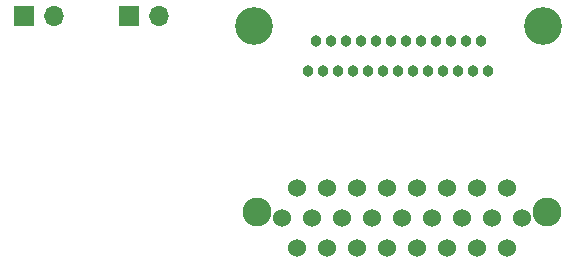
<source format=gbr>
%TF.GenerationSoftware,KiCad,Pcbnew,(6.0.5)*%
%TF.CreationDate,2022-07-15T11:56:51-06:00*%
%TF.ProjectId,25to25,3235746f-3235-42e6-9b69-6361645f7063,rev?*%
%TF.SameCoordinates,Original*%
%TF.FileFunction,Soldermask,Bot*%
%TF.FilePolarity,Negative*%
%FSLAX46Y46*%
G04 Gerber Fmt 4.6, Leading zero omitted, Abs format (unit mm)*
G04 Created by KiCad (PCBNEW (6.0.5)) date 2022-07-15 11:56:51*
%MOMM*%
%LPD*%
G01*
G04 APERTURE LIST*
%ADD10R,1.700000X1.700000*%
%ADD11O,1.700000X1.700000*%
%ADD12C,1.530000*%
%ADD13C,2.440000*%
%ADD14C,0.965200*%
%ADD15C,3.200400*%
G04 APERTURE END LIST*
D10*
%TO.C,J1*%
X126450000Y-62600000D03*
D11*
X128990000Y-62600000D03*
%TD*%
D12*
%TO.C,J4*%
X140655033Y-77143276D03*
X141925033Y-79683276D03*
X143195033Y-77143276D03*
X144465033Y-79683276D03*
X145735033Y-77143276D03*
X148275033Y-77143276D03*
X150815033Y-77143276D03*
X153355033Y-77143276D03*
X154625033Y-79683276D03*
X155895033Y-77143276D03*
X157165033Y-79683276D03*
X158435033Y-77143276D03*
X139385033Y-79683276D03*
X140655033Y-82223276D03*
X143195033Y-82223276D03*
X145735033Y-82223276D03*
X147005033Y-79683276D03*
X148275033Y-82223276D03*
X149545033Y-79683276D03*
X150815033Y-82223276D03*
X152085033Y-79683276D03*
X153355033Y-82223276D03*
X155895033Y-82223276D03*
X158435033Y-82223276D03*
X159705033Y-79683276D03*
D13*
X137277033Y-79175276D03*
X161813033Y-79175276D03*
%TD*%
D10*
%TO.C,J2*%
X117550000Y-62600000D03*
D11*
X120090000Y-62600000D03*
%TD*%
D14*
%TO.C,J3*%
X142275000Y-64760000D03*
X143545000Y-64760000D03*
X144815000Y-64760000D03*
X146085000Y-64760000D03*
X147355000Y-64760000D03*
X148625000Y-64760000D03*
X149895000Y-64760000D03*
X151165000Y-64760000D03*
X152435000Y-64760000D03*
X153705000Y-64760000D03*
X154975000Y-64760000D03*
X156245000Y-64760000D03*
X141640000Y-67300000D03*
X142910000Y-67300000D03*
X144180000Y-67300000D03*
X145450000Y-67300000D03*
X146720000Y-67300000D03*
X147990000Y-67300000D03*
X149260000Y-67300000D03*
X150530000Y-67300000D03*
X151800000Y-67300000D03*
X153070000Y-67300000D03*
X154340000Y-67300000D03*
X155610000Y-67300000D03*
X156880000Y-67300000D03*
D15*
X161510001Y-63490000D03*
X137009999Y-63490000D03*
%TD*%
M02*

</source>
